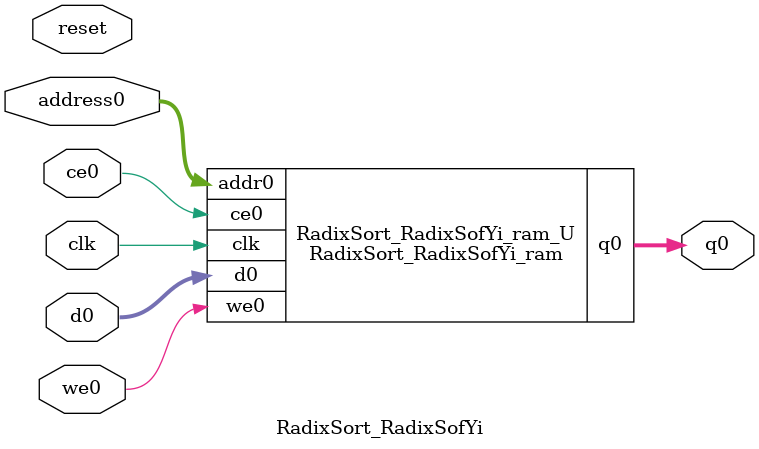
<source format=v>

`timescale 1 ns / 1 ps
module RadixSort_RadixSofYi_ram (addr0, ce0, d0, we0, q0,  clk);

parameter DWIDTH = 32;
parameter AWIDTH = 16;
parameter MEM_SIZE = 64000;

input[AWIDTH-1:0] addr0;
input ce0;
input[DWIDTH-1:0] d0;
input we0;
output reg[DWIDTH-1:0] q0;
input clk;

(* ram_style = "block" *)reg [DWIDTH-1:0] ram[0:MEM_SIZE-1];




always @(posedge clk)  
begin 
    if (ce0) 
    begin
        if (we0) 
        begin 
            ram[addr0] <= d0; 
            q0 <= d0;
        end 
        else 
            q0 <= ram[addr0];
    end
end


endmodule


`timescale 1 ns / 1 ps
module RadixSort_RadixSofYi(
    reset,
    clk,
    address0,
    ce0,
    we0,
    d0,
    q0);

parameter DataWidth = 32'd32;
parameter AddressRange = 32'd64000;
parameter AddressWidth = 32'd16;
input reset;
input clk;
input[AddressWidth - 1:0] address0;
input ce0;
input we0;
input[DataWidth - 1:0] d0;
output[DataWidth - 1:0] q0;



RadixSort_RadixSofYi_ram RadixSort_RadixSofYi_ram_U(
    .clk( clk ),
    .addr0( address0 ),
    .ce0( ce0 ),
    .we0( we0 ),
    .d0( d0 ),
    .q0( q0 ));

endmodule


</source>
